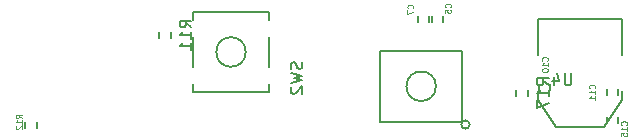
<source format=gbr>
G04 #@! TF.GenerationSoftware,KiCad,Pcbnew,(2016-12-18 revision 3ffa37c)-master*
G04 #@! TF.CreationDate,2017-03-25T20:52:01-07:00*
G04 #@! TF.ProjectId,Pensel,50656E73656C2E6B696361645F706362,rev?*
G04 #@! TF.FileFunction,Legend,Bot*
G04 #@! TF.FilePolarity,Positive*
%FSLAX46Y46*%
G04 Gerber Fmt 4.6, Leading zero omitted, Abs format (unit mm)*
G04 Created by KiCad (PCBNEW (2016-12-18 revision 3ffa37c)-master) date Saturday, March 25, 2017 'PMt' 08:52:01 PM*
%MOMM*%
%LPD*%
G01*
G04 APERTURE LIST*
%ADD10C,0.100000*%
%ADD11C,0.150000*%
%ADD12C,0.075000*%
G04 APERTURE END LIST*
D10*
D11*
X105525000Y-147150000D02*
X105525000Y-146650000D01*
X106475000Y-146650000D02*
X106475000Y-147150000D01*
X93903553Y-149650000D02*
G75*
G03X93903553Y-149650000I-353553J0D01*
G01*
X91050000Y-146400000D02*
G75*
G03X91050000Y-146400000I-1250000J0D01*
G01*
X93300000Y-143400000D02*
X86300000Y-143400000D01*
X86300000Y-143400000D02*
X86300000Y-149400000D01*
X86300000Y-149400000D02*
X93300000Y-149400000D01*
X93300000Y-149400000D02*
X93300000Y-143400000D01*
X99694000Y-143726000D02*
X99694000Y-140678000D01*
X99694000Y-140678000D02*
X106806000Y-140678000D01*
X106806000Y-140678000D02*
X106806000Y-143726000D01*
X99694000Y-146774000D02*
X99694000Y-147536000D01*
X99694000Y-147536000D02*
X101218000Y-149822000D01*
X101218000Y-149822000D02*
X105282000Y-149822000D01*
X105282000Y-149822000D02*
X106806000Y-147536000D01*
X106806000Y-147536000D02*
X106806000Y-146774000D01*
X74950000Y-143500000D02*
G75*
G03X74950000Y-143500000I-1250000J0D01*
G01*
X76950000Y-140750000D02*
X76950000Y-140100000D01*
X76950000Y-140100000D02*
X70450000Y-140100000D01*
X70450000Y-140100000D02*
X70450000Y-140750000D01*
X76950000Y-146250000D02*
X76950000Y-146900000D01*
X76950000Y-146900000D02*
X70450000Y-146900000D01*
X70450000Y-146900000D02*
X70450000Y-146250000D01*
X76950000Y-144750000D02*
X76950000Y-142250000D01*
X70450000Y-144750000D02*
X70450000Y-142250000D01*
X90725000Y-140950000D02*
X90725000Y-140450000D01*
X91675000Y-140450000D02*
X91675000Y-140950000D01*
X89525000Y-140950000D02*
X89525000Y-140450000D01*
X90475000Y-140450000D02*
X90475000Y-140950000D01*
X99775000Y-146750000D02*
X99775000Y-146250000D01*
X100725000Y-146250000D02*
X100725000Y-146750000D01*
X105525000Y-149500000D02*
X105525000Y-149000000D01*
X106475000Y-149000000D02*
X106475000Y-149500000D01*
X68625000Y-141800000D02*
X68625000Y-142300000D01*
X67575000Y-142300000D02*
X67575000Y-141800000D01*
X57275000Y-149450000D02*
X57275000Y-149950000D01*
X56225000Y-149950000D02*
X56225000Y-149450000D01*
X98875000Y-146700000D02*
X98875000Y-147200000D01*
X97825000Y-147200000D02*
X97825000Y-146700000D01*
D12*
X104478571Y-146578571D02*
X104502380Y-146554761D01*
X104526190Y-146483333D01*
X104526190Y-146435714D01*
X104502380Y-146364285D01*
X104454761Y-146316666D01*
X104407142Y-146292857D01*
X104311904Y-146269047D01*
X104240476Y-146269047D01*
X104145238Y-146292857D01*
X104097619Y-146316666D01*
X104050000Y-146364285D01*
X104026190Y-146435714D01*
X104026190Y-146483333D01*
X104050000Y-146554761D01*
X104073809Y-146578571D01*
X104526190Y-147054761D02*
X104526190Y-146769047D01*
X104526190Y-146911904D02*
X104026190Y-146911904D01*
X104097619Y-146864285D01*
X104145238Y-146816666D01*
X104169047Y-146769047D01*
X104526190Y-147530952D02*
X104526190Y-147245238D01*
X104526190Y-147388095D02*
X104026190Y-147388095D01*
X104097619Y-147340476D01*
X104145238Y-147292857D01*
X104169047Y-147245238D01*
D11*
X102511904Y-145304380D02*
X102511904Y-146113904D01*
X102464285Y-146209142D01*
X102416666Y-146256761D01*
X102321428Y-146304380D01*
X102130952Y-146304380D01*
X102035714Y-146256761D01*
X101988095Y-146209142D01*
X101940476Y-146113904D01*
X101940476Y-145304380D01*
X101035714Y-145637714D02*
X101035714Y-146304380D01*
X101273809Y-145256761D02*
X101511904Y-145971047D01*
X100892857Y-145971047D01*
X79704761Y-144366666D02*
X79752380Y-144509523D01*
X79752380Y-144747619D01*
X79704761Y-144842857D01*
X79657142Y-144890476D01*
X79561904Y-144938095D01*
X79466666Y-144938095D01*
X79371428Y-144890476D01*
X79323809Y-144842857D01*
X79276190Y-144747619D01*
X79228571Y-144557142D01*
X79180952Y-144461904D01*
X79133333Y-144414285D01*
X79038095Y-144366666D01*
X78942857Y-144366666D01*
X78847619Y-144414285D01*
X78800000Y-144461904D01*
X78752380Y-144557142D01*
X78752380Y-144795238D01*
X78800000Y-144938095D01*
X78752380Y-145271428D02*
X79752380Y-145509523D01*
X79038095Y-145700000D01*
X79752380Y-145890476D01*
X78752380Y-146128571D01*
X78847619Y-146461904D02*
X78800000Y-146509523D01*
X78752380Y-146604761D01*
X78752380Y-146842857D01*
X78800000Y-146938095D01*
X78847619Y-146985714D01*
X78942857Y-147033333D01*
X79038095Y-147033333D01*
X79180952Y-146985714D01*
X79752380Y-146414285D01*
X79752380Y-147033333D01*
D12*
X92278571Y-139716666D02*
X92302380Y-139692857D01*
X92326190Y-139621428D01*
X92326190Y-139573809D01*
X92302380Y-139502380D01*
X92254761Y-139454761D01*
X92207142Y-139430952D01*
X92111904Y-139407142D01*
X92040476Y-139407142D01*
X91945238Y-139430952D01*
X91897619Y-139454761D01*
X91850000Y-139502380D01*
X91826190Y-139573809D01*
X91826190Y-139621428D01*
X91850000Y-139692857D01*
X91873809Y-139716666D01*
X91826190Y-140169047D02*
X91826190Y-139930952D01*
X92064285Y-139907142D01*
X92040476Y-139930952D01*
X92016666Y-139978571D01*
X92016666Y-140097619D01*
X92040476Y-140145238D01*
X92064285Y-140169047D01*
X92111904Y-140192857D01*
X92230952Y-140192857D01*
X92278571Y-140169047D01*
X92302380Y-140145238D01*
X92326190Y-140097619D01*
X92326190Y-139978571D01*
X92302380Y-139930952D01*
X92278571Y-139907142D01*
X89078571Y-139816666D02*
X89102380Y-139792857D01*
X89126190Y-139721428D01*
X89126190Y-139673809D01*
X89102380Y-139602380D01*
X89054761Y-139554761D01*
X89007142Y-139530952D01*
X88911904Y-139507142D01*
X88840476Y-139507142D01*
X88745238Y-139530952D01*
X88697619Y-139554761D01*
X88650000Y-139602380D01*
X88626190Y-139673809D01*
X88626190Y-139721428D01*
X88650000Y-139792857D01*
X88673809Y-139816666D01*
X88626190Y-139983333D02*
X88626190Y-140316666D01*
X89126190Y-140102380D01*
X100478571Y-144228571D02*
X100502380Y-144204761D01*
X100526190Y-144133333D01*
X100526190Y-144085714D01*
X100502380Y-144014285D01*
X100454761Y-143966666D01*
X100407142Y-143942857D01*
X100311904Y-143919047D01*
X100240476Y-143919047D01*
X100145238Y-143942857D01*
X100097619Y-143966666D01*
X100050000Y-144014285D01*
X100026190Y-144085714D01*
X100026190Y-144133333D01*
X100050000Y-144204761D01*
X100073809Y-144228571D01*
X100526190Y-144704761D02*
X100526190Y-144419047D01*
X100526190Y-144561904D02*
X100026190Y-144561904D01*
X100097619Y-144514285D01*
X100145238Y-144466666D01*
X100169047Y-144419047D01*
X100026190Y-145014285D02*
X100026190Y-145061904D01*
X100050000Y-145109523D01*
X100073809Y-145133333D01*
X100121428Y-145157142D01*
X100216666Y-145180952D01*
X100335714Y-145180952D01*
X100430952Y-145157142D01*
X100478571Y-145133333D01*
X100502380Y-145109523D01*
X100526190Y-145061904D01*
X100526190Y-145014285D01*
X100502380Y-144966666D01*
X100478571Y-144942857D01*
X100430952Y-144919047D01*
X100335714Y-144895238D01*
X100216666Y-144895238D01*
X100121428Y-144919047D01*
X100073809Y-144942857D01*
X100050000Y-144966666D01*
X100026190Y-145014285D01*
X107178571Y-149678571D02*
X107202380Y-149654761D01*
X107226190Y-149583333D01*
X107226190Y-149535714D01*
X107202380Y-149464285D01*
X107154761Y-149416666D01*
X107107142Y-149392857D01*
X107011904Y-149369047D01*
X106940476Y-149369047D01*
X106845238Y-149392857D01*
X106797619Y-149416666D01*
X106750000Y-149464285D01*
X106726190Y-149535714D01*
X106726190Y-149583333D01*
X106750000Y-149654761D01*
X106773809Y-149678571D01*
X107226190Y-150154761D02*
X107226190Y-149869047D01*
X107226190Y-150011904D02*
X106726190Y-150011904D01*
X106797619Y-149964285D01*
X106845238Y-149916666D01*
X106869047Y-149869047D01*
X106726190Y-150607142D02*
X106726190Y-150369047D01*
X106964285Y-150345238D01*
X106940476Y-150369047D01*
X106916666Y-150416666D01*
X106916666Y-150535714D01*
X106940476Y-150583333D01*
X106964285Y-150607142D01*
X107011904Y-150630952D01*
X107130952Y-150630952D01*
X107178571Y-150607142D01*
X107202380Y-150583333D01*
X107226190Y-150535714D01*
X107226190Y-150416666D01*
X107202380Y-150369047D01*
X107178571Y-150345238D01*
D11*
X70352380Y-141407142D02*
X69876190Y-141073809D01*
X70352380Y-140835714D02*
X69352380Y-140835714D01*
X69352380Y-141216666D01*
X69400000Y-141311904D01*
X69447619Y-141359523D01*
X69542857Y-141407142D01*
X69685714Y-141407142D01*
X69780952Y-141359523D01*
X69828571Y-141311904D01*
X69876190Y-141216666D01*
X69876190Y-140835714D01*
X70352380Y-142359523D02*
X70352380Y-141788095D01*
X70352380Y-142073809D02*
X69352380Y-142073809D01*
X69495238Y-141978571D01*
X69590476Y-141883333D01*
X69638095Y-141788095D01*
X70352380Y-143311904D02*
X70352380Y-142740476D01*
X70352380Y-143026190D02*
X69352380Y-143026190D01*
X69495238Y-142930952D01*
X69590476Y-142835714D01*
X69638095Y-142740476D01*
D12*
X55976190Y-149078571D02*
X55738095Y-148911904D01*
X55976190Y-148792857D02*
X55476190Y-148792857D01*
X55476190Y-148983333D01*
X55500000Y-149030952D01*
X55523809Y-149054761D01*
X55571428Y-149078571D01*
X55642857Y-149078571D01*
X55690476Y-149054761D01*
X55714285Y-149030952D01*
X55738095Y-148983333D01*
X55738095Y-148792857D01*
X55976190Y-149554761D02*
X55976190Y-149269047D01*
X55976190Y-149411904D02*
X55476190Y-149411904D01*
X55547619Y-149364285D01*
X55595238Y-149316666D01*
X55619047Y-149269047D01*
X55523809Y-149745238D02*
X55500000Y-149769047D01*
X55476190Y-149816666D01*
X55476190Y-149935714D01*
X55500000Y-149983333D01*
X55523809Y-150007142D01*
X55571428Y-150030952D01*
X55619047Y-150030952D01*
X55690476Y-150007142D01*
X55976190Y-149721428D01*
X55976190Y-150030952D01*
D11*
X100602380Y-146307142D02*
X100126190Y-145973809D01*
X100602380Y-145735714D02*
X99602380Y-145735714D01*
X99602380Y-146116666D01*
X99650000Y-146211904D01*
X99697619Y-146259523D01*
X99792857Y-146307142D01*
X99935714Y-146307142D01*
X100030952Y-146259523D01*
X100078571Y-146211904D01*
X100126190Y-146116666D01*
X100126190Y-145735714D01*
X100602380Y-147259523D02*
X100602380Y-146688095D01*
X100602380Y-146973809D02*
X99602380Y-146973809D01*
X99745238Y-146878571D01*
X99840476Y-146783333D01*
X99888095Y-146688095D01*
X99602380Y-147592857D02*
X99602380Y-148259523D01*
X100602380Y-147830952D01*
M02*

</source>
